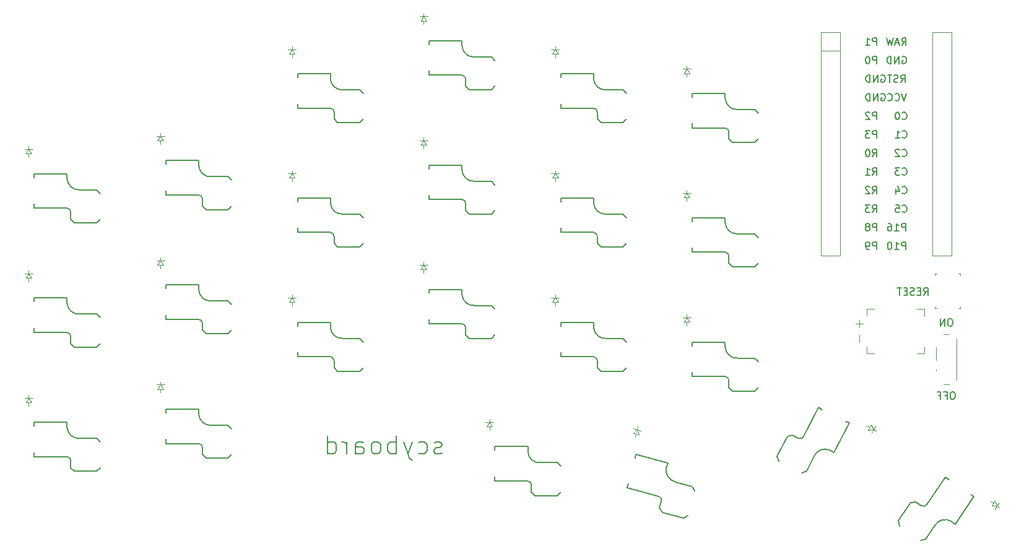
<source format=gbr>
%TF.GenerationSoftware,KiCad,Pcbnew,9.0.2*%
%TF.CreationDate,2025-06-10T18:45:11-06:00*%
%TF.ProjectId,scyboard,73637962-6f61-4726-942e-6b696361645f,1*%
%TF.SameCoordinates,Original*%
%TF.FileFunction,Legend,Bot*%
%TF.FilePolarity,Positive*%
%FSLAX46Y46*%
G04 Gerber Fmt 4.6, Leading zero omitted, Abs format (unit mm)*
G04 Created by KiCad (PCBNEW 9.0.2) date 2025-06-10 18:45:11*
%MOMM*%
%LPD*%
G01*
G04 APERTURE LIST*
%ADD10C,0.150000*%
%ADD11C,0.120000*%
%ADD12C,0.100000*%
G04 APERTURE END LIST*
D10*
X164651792Y-84079819D02*
X164985125Y-83603628D01*
X165223220Y-84079819D02*
X165223220Y-83079819D01*
X165223220Y-83079819D02*
X164842268Y-83079819D01*
X164842268Y-83079819D02*
X164747030Y-83127438D01*
X164747030Y-83127438D02*
X164699411Y-83175057D01*
X164699411Y-83175057D02*
X164651792Y-83270295D01*
X164651792Y-83270295D02*
X164651792Y-83413152D01*
X164651792Y-83413152D02*
X164699411Y-83508390D01*
X164699411Y-83508390D02*
X164747030Y-83556009D01*
X164747030Y-83556009D02*
X164842268Y-83603628D01*
X164842268Y-83603628D02*
X165223220Y-83603628D01*
X164223220Y-83556009D02*
X163889887Y-83556009D01*
X163747030Y-84079819D02*
X164223220Y-84079819D01*
X164223220Y-84079819D02*
X164223220Y-83079819D01*
X164223220Y-83079819D02*
X163747030Y-83079819D01*
X163366077Y-84032200D02*
X163223220Y-84079819D01*
X163223220Y-84079819D02*
X162985125Y-84079819D01*
X162985125Y-84079819D02*
X162889887Y-84032200D01*
X162889887Y-84032200D02*
X162842268Y-83984580D01*
X162842268Y-83984580D02*
X162794649Y-83889342D01*
X162794649Y-83889342D02*
X162794649Y-83794104D01*
X162794649Y-83794104D02*
X162842268Y-83698866D01*
X162842268Y-83698866D02*
X162889887Y-83651247D01*
X162889887Y-83651247D02*
X162985125Y-83603628D01*
X162985125Y-83603628D02*
X163175601Y-83556009D01*
X163175601Y-83556009D02*
X163270839Y-83508390D01*
X163270839Y-83508390D02*
X163318458Y-83460771D01*
X163318458Y-83460771D02*
X163366077Y-83365533D01*
X163366077Y-83365533D02*
X163366077Y-83270295D01*
X163366077Y-83270295D02*
X163318458Y-83175057D01*
X163318458Y-83175057D02*
X163270839Y-83127438D01*
X163270839Y-83127438D02*
X163175601Y-83079819D01*
X163175601Y-83079819D02*
X162937506Y-83079819D01*
X162937506Y-83079819D02*
X162794649Y-83127438D01*
X162366077Y-83556009D02*
X162032744Y-83556009D01*
X161889887Y-84079819D02*
X162366077Y-84079819D01*
X162366077Y-84079819D02*
X162366077Y-83079819D01*
X162366077Y-83079819D02*
X161889887Y-83079819D01*
X161604172Y-83079819D02*
X161032744Y-83079819D01*
X161318458Y-84079819D02*
X161318458Y-83079819D01*
X158198094Y-49899819D02*
X158198094Y-48899819D01*
X158198094Y-48899819D02*
X157817142Y-48899819D01*
X157817142Y-48899819D02*
X157721904Y-48947438D01*
X157721904Y-48947438D02*
X157674285Y-48995057D01*
X157674285Y-48995057D02*
X157626666Y-49090295D01*
X157626666Y-49090295D02*
X157626666Y-49233152D01*
X157626666Y-49233152D02*
X157674285Y-49328390D01*
X157674285Y-49328390D02*
X157721904Y-49376009D01*
X157721904Y-49376009D02*
X157817142Y-49423628D01*
X157817142Y-49423628D02*
X158198094Y-49423628D01*
X156674285Y-49899819D02*
X157245713Y-49899819D01*
X156959999Y-49899819D02*
X156959999Y-48899819D01*
X156959999Y-48899819D02*
X157055237Y-49042676D01*
X157055237Y-49042676D02*
X157150475Y-49137914D01*
X157150475Y-49137914D02*
X157245713Y-49185533D01*
X162164285Y-77839819D02*
X162164285Y-76839819D01*
X162164285Y-76839819D02*
X161783333Y-76839819D01*
X161783333Y-76839819D02*
X161688095Y-76887438D01*
X161688095Y-76887438D02*
X161640476Y-76935057D01*
X161640476Y-76935057D02*
X161592857Y-77030295D01*
X161592857Y-77030295D02*
X161592857Y-77173152D01*
X161592857Y-77173152D02*
X161640476Y-77268390D01*
X161640476Y-77268390D02*
X161688095Y-77316009D01*
X161688095Y-77316009D02*
X161783333Y-77363628D01*
X161783333Y-77363628D02*
X162164285Y-77363628D01*
X160640476Y-77839819D02*
X161211904Y-77839819D01*
X160926190Y-77839819D02*
X160926190Y-76839819D01*
X160926190Y-76839819D02*
X161021428Y-76982676D01*
X161021428Y-76982676D02*
X161116666Y-77077914D01*
X161116666Y-77077914D02*
X161211904Y-77125533D01*
X160021428Y-76839819D02*
X159926190Y-76839819D01*
X159926190Y-76839819D02*
X159830952Y-76887438D01*
X159830952Y-76887438D02*
X159783333Y-76935057D01*
X159783333Y-76935057D02*
X159735714Y-77030295D01*
X159735714Y-77030295D02*
X159688095Y-77220771D01*
X159688095Y-77220771D02*
X159688095Y-77458866D01*
X159688095Y-77458866D02*
X159735714Y-77649342D01*
X159735714Y-77649342D02*
X159783333Y-77744580D01*
X159783333Y-77744580D02*
X159830952Y-77792200D01*
X159830952Y-77792200D02*
X159926190Y-77839819D01*
X159926190Y-77839819D02*
X160021428Y-77839819D01*
X160021428Y-77839819D02*
X160116666Y-77792200D01*
X160116666Y-77792200D02*
X160164285Y-77744580D01*
X160164285Y-77744580D02*
X160211904Y-77649342D01*
X160211904Y-77649342D02*
X160259523Y-77458866D01*
X160259523Y-77458866D02*
X160259523Y-77220771D01*
X160259523Y-77220771D02*
X160211904Y-77030295D01*
X160211904Y-77030295D02*
X160164285Y-76935057D01*
X160164285Y-76935057D02*
X160116666Y-76887438D01*
X160116666Y-76887438D02*
X160021428Y-76839819D01*
X158198094Y-52439819D02*
X158198094Y-51439819D01*
X158198094Y-51439819D02*
X157817142Y-51439819D01*
X157817142Y-51439819D02*
X157721904Y-51487438D01*
X157721904Y-51487438D02*
X157674285Y-51535057D01*
X157674285Y-51535057D02*
X157626666Y-51630295D01*
X157626666Y-51630295D02*
X157626666Y-51773152D01*
X157626666Y-51773152D02*
X157674285Y-51868390D01*
X157674285Y-51868390D02*
X157721904Y-51916009D01*
X157721904Y-51916009D02*
X157817142Y-51963628D01*
X157817142Y-51963628D02*
X158198094Y-51963628D01*
X157007618Y-51439819D02*
X156912380Y-51439819D01*
X156912380Y-51439819D02*
X156817142Y-51487438D01*
X156817142Y-51487438D02*
X156769523Y-51535057D01*
X156769523Y-51535057D02*
X156721904Y-51630295D01*
X156721904Y-51630295D02*
X156674285Y-51820771D01*
X156674285Y-51820771D02*
X156674285Y-52058866D01*
X156674285Y-52058866D02*
X156721904Y-52249342D01*
X156721904Y-52249342D02*
X156769523Y-52344580D01*
X156769523Y-52344580D02*
X156817142Y-52392200D01*
X156817142Y-52392200D02*
X156912380Y-52439819D01*
X156912380Y-52439819D02*
X157007618Y-52439819D01*
X157007618Y-52439819D02*
X157102856Y-52392200D01*
X157102856Y-52392200D02*
X157150475Y-52344580D01*
X157150475Y-52344580D02*
X157198094Y-52249342D01*
X157198094Y-52249342D02*
X157245713Y-52058866D01*
X157245713Y-52058866D02*
X157245713Y-51820771D01*
X157245713Y-51820771D02*
X157198094Y-51630295D01*
X157198094Y-51630295D02*
X157150475Y-51535057D01*
X157150475Y-51535057D02*
X157102856Y-51487438D01*
X157102856Y-51487438D02*
X157007618Y-51439819D01*
X161711904Y-51487438D02*
X161807142Y-51439819D01*
X161807142Y-51439819D02*
X161949999Y-51439819D01*
X161949999Y-51439819D02*
X162092856Y-51487438D01*
X162092856Y-51487438D02*
X162188094Y-51582676D01*
X162188094Y-51582676D02*
X162235713Y-51677914D01*
X162235713Y-51677914D02*
X162283332Y-51868390D01*
X162283332Y-51868390D02*
X162283332Y-52011247D01*
X162283332Y-52011247D02*
X162235713Y-52201723D01*
X162235713Y-52201723D02*
X162188094Y-52296961D01*
X162188094Y-52296961D02*
X162092856Y-52392200D01*
X162092856Y-52392200D02*
X161949999Y-52439819D01*
X161949999Y-52439819D02*
X161854761Y-52439819D01*
X161854761Y-52439819D02*
X161711904Y-52392200D01*
X161711904Y-52392200D02*
X161664285Y-52344580D01*
X161664285Y-52344580D02*
X161664285Y-52011247D01*
X161664285Y-52011247D02*
X161854761Y-52011247D01*
X161235713Y-52439819D02*
X161235713Y-51439819D01*
X161235713Y-51439819D02*
X160664285Y-52439819D01*
X160664285Y-52439819D02*
X160664285Y-51439819D01*
X160188094Y-52439819D02*
X160188094Y-51439819D01*
X160188094Y-51439819D02*
X159949999Y-51439819D01*
X159949999Y-51439819D02*
X159807142Y-51487438D01*
X159807142Y-51487438D02*
X159711904Y-51582676D01*
X159711904Y-51582676D02*
X159664285Y-51677914D01*
X159664285Y-51677914D02*
X159616666Y-51868390D01*
X159616666Y-51868390D02*
X159616666Y-52011247D01*
X159616666Y-52011247D02*
X159664285Y-52201723D01*
X159664285Y-52201723D02*
X159711904Y-52296961D01*
X159711904Y-52296961D02*
X159807142Y-52392200D01*
X159807142Y-52392200D02*
X159949999Y-52439819D01*
X159949999Y-52439819D02*
X160188094Y-52439819D01*
X161706666Y-72664580D02*
X161754285Y-72712200D01*
X161754285Y-72712200D02*
X161897142Y-72759819D01*
X161897142Y-72759819D02*
X161992380Y-72759819D01*
X161992380Y-72759819D02*
X162135237Y-72712200D01*
X162135237Y-72712200D02*
X162230475Y-72616961D01*
X162230475Y-72616961D02*
X162278094Y-72521723D01*
X162278094Y-72521723D02*
X162325713Y-72331247D01*
X162325713Y-72331247D02*
X162325713Y-72188390D01*
X162325713Y-72188390D02*
X162278094Y-71997914D01*
X162278094Y-71997914D02*
X162230475Y-71902676D01*
X162230475Y-71902676D02*
X162135237Y-71807438D01*
X162135237Y-71807438D02*
X161992380Y-71759819D01*
X161992380Y-71759819D02*
X161897142Y-71759819D01*
X161897142Y-71759819D02*
X161754285Y-71807438D01*
X161754285Y-71807438D02*
X161706666Y-71855057D01*
X160801904Y-71759819D02*
X161278094Y-71759819D01*
X161278094Y-71759819D02*
X161325713Y-72236009D01*
X161325713Y-72236009D02*
X161278094Y-72188390D01*
X161278094Y-72188390D02*
X161182856Y-72140771D01*
X161182856Y-72140771D02*
X160944761Y-72140771D01*
X160944761Y-72140771D02*
X160849523Y-72188390D01*
X160849523Y-72188390D02*
X160801904Y-72236009D01*
X160801904Y-72236009D02*
X160754285Y-72331247D01*
X160754285Y-72331247D02*
X160754285Y-72569342D01*
X160754285Y-72569342D02*
X160801904Y-72664580D01*
X160801904Y-72664580D02*
X160849523Y-72712200D01*
X160849523Y-72712200D02*
X160944761Y-72759819D01*
X160944761Y-72759819D02*
X161182856Y-72759819D01*
X161182856Y-72759819D02*
X161278094Y-72712200D01*
X161278094Y-72712200D02*
X161325713Y-72664580D01*
X162283332Y-56519819D02*
X161949999Y-57519819D01*
X161949999Y-57519819D02*
X161616666Y-56519819D01*
X160711904Y-57424580D02*
X160759523Y-57472200D01*
X160759523Y-57472200D02*
X160902380Y-57519819D01*
X160902380Y-57519819D02*
X160997618Y-57519819D01*
X160997618Y-57519819D02*
X161140475Y-57472200D01*
X161140475Y-57472200D02*
X161235713Y-57376961D01*
X161235713Y-57376961D02*
X161283332Y-57281723D01*
X161283332Y-57281723D02*
X161330951Y-57091247D01*
X161330951Y-57091247D02*
X161330951Y-56948390D01*
X161330951Y-56948390D02*
X161283332Y-56757914D01*
X161283332Y-56757914D02*
X161235713Y-56662676D01*
X161235713Y-56662676D02*
X161140475Y-56567438D01*
X161140475Y-56567438D02*
X160997618Y-56519819D01*
X160997618Y-56519819D02*
X160902380Y-56519819D01*
X160902380Y-56519819D02*
X160759523Y-56567438D01*
X160759523Y-56567438D02*
X160711904Y-56615057D01*
X159711904Y-57424580D02*
X159759523Y-57472200D01*
X159759523Y-57472200D02*
X159902380Y-57519819D01*
X159902380Y-57519819D02*
X159997618Y-57519819D01*
X159997618Y-57519819D02*
X160140475Y-57472200D01*
X160140475Y-57472200D02*
X160235713Y-57376961D01*
X160235713Y-57376961D02*
X160283332Y-57281723D01*
X160283332Y-57281723D02*
X160330951Y-57091247D01*
X160330951Y-57091247D02*
X160330951Y-56948390D01*
X160330951Y-56948390D02*
X160283332Y-56757914D01*
X160283332Y-56757914D02*
X160235713Y-56662676D01*
X160235713Y-56662676D02*
X160140475Y-56567438D01*
X160140475Y-56567438D02*
X159997618Y-56519819D01*
X159997618Y-56519819D02*
X159902380Y-56519819D01*
X159902380Y-56519819D02*
X159759523Y-56567438D01*
X159759523Y-56567438D02*
X159711904Y-56615057D01*
X161706666Y-62504580D02*
X161754285Y-62552200D01*
X161754285Y-62552200D02*
X161897142Y-62599819D01*
X161897142Y-62599819D02*
X161992380Y-62599819D01*
X161992380Y-62599819D02*
X162135237Y-62552200D01*
X162135237Y-62552200D02*
X162230475Y-62456961D01*
X162230475Y-62456961D02*
X162278094Y-62361723D01*
X162278094Y-62361723D02*
X162325713Y-62171247D01*
X162325713Y-62171247D02*
X162325713Y-62028390D01*
X162325713Y-62028390D02*
X162278094Y-61837914D01*
X162278094Y-61837914D02*
X162230475Y-61742676D01*
X162230475Y-61742676D02*
X162135237Y-61647438D01*
X162135237Y-61647438D02*
X161992380Y-61599819D01*
X161992380Y-61599819D02*
X161897142Y-61599819D01*
X161897142Y-61599819D02*
X161754285Y-61647438D01*
X161754285Y-61647438D02*
X161706666Y-61695057D01*
X160754285Y-62599819D02*
X161325713Y-62599819D01*
X161039999Y-62599819D02*
X161039999Y-61599819D01*
X161039999Y-61599819D02*
X161135237Y-61742676D01*
X161135237Y-61742676D02*
X161230475Y-61837914D01*
X161230475Y-61837914D02*
X161325713Y-61885533D01*
X161706666Y-70124580D02*
X161754285Y-70172200D01*
X161754285Y-70172200D02*
X161897142Y-70219819D01*
X161897142Y-70219819D02*
X161992380Y-70219819D01*
X161992380Y-70219819D02*
X162135237Y-70172200D01*
X162135237Y-70172200D02*
X162230475Y-70076961D01*
X162230475Y-70076961D02*
X162278094Y-69981723D01*
X162278094Y-69981723D02*
X162325713Y-69791247D01*
X162325713Y-69791247D02*
X162325713Y-69648390D01*
X162325713Y-69648390D02*
X162278094Y-69457914D01*
X162278094Y-69457914D02*
X162230475Y-69362676D01*
X162230475Y-69362676D02*
X162135237Y-69267438D01*
X162135237Y-69267438D02*
X161992380Y-69219819D01*
X161992380Y-69219819D02*
X161897142Y-69219819D01*
X161897142Y-69219819D02*
X161754285Y-69267438D01*
X161754285Y-69267438D02*
X161706666Y-69315057D01*
X160849523Y-69553152D02*
X160849523Y-70219819D01*
X161087618Y-69172200D02*
X161325713Y-69886485D01*
X161325713Y-69886485D02*
X160706666Y-69886485D01*
X157626666Y-72759819D02*
X157959999Y-72283628D01*
X158198094Y-72759819D02*
X158198094Y-71759819D01*
X158198094Y-71759819D02*
X157817142Y-71759819D01*
X157817142Y-71759819D02*
X157721904Y-71807438D01*
X157721904Y-71807438D02*
X157674285Y-71855057D01*
X157674285Y-71855057D02*
X157626666Y-71950295D01*
X157626666Y-71950295D02*
X157626666Y-72093152D01*
X157626666Y-72093152D02*
X157674285Y-72188390D01*
X157674285Y-72188390D02*
X157721904Y-72236009D01*
X157721904Y-72236009D02*
X157817142Y-72283628D01*
X157817142Y-72283628D02*
X158198094Y-72283628D01*
X157293332Y-71759819D02*
X156674285Y-71759819D01*
X156674285Y-71759819D02*
X157007618Y-72140771D01*
X157007618Y-72140771D02*
X156864761Y-72140771D01*
X156864761Y-72140771D02*
X156769523Y-72188390D01*
X156769523Y-72188390D02*
X156721904Y-72236009D01*
X156721904Y-72236009D02*
X156674285Y-72331247D01*
X156674285Y-72331247D02*
X156674285Y-72569342D01*
X156674285Y-72569342D02*
X156721904Y-72664580D01*
X156721904Y-72664580D02*
X156769523Y-72712200D01*
X156769523Y-72712200D02*
X156864761Y-72759819D01*
X156864761Y-72759819D02*
X157150475Y-72759819D01*
X157150475Y-72759819D02*
X157245713Y-72712200D01*
X157245713Y-72712200D02*
X157293332Y-72664580D01*
X161706666Y-65044580D02*
X161754285Y-65092200D01*
X161754285Y-65092200D02*
X161897142Y-65139819D01*
X161897142Y-65139819D02*
X161992380Y-65139819D01*
X161992380Y-65139819D02*
X162135237Y-65092200D01*
X162135237Y-65092200D02*
X162230475Y-64996961D01*
X162230475Y-64996961D02*
X162278094Y-64901723D01*
X162278094Y-64901723D02*
X162325713Y-64711247D01*
X162325713Y-64711247D02*
X162325713Y-64568390D01*
X162325713Y-64568390D02*
X162278094Y-64377914D01*
X162278094Y-64377914D02*
X162230475Y-64282676D01*
X162230475Y-64282676D02*
X162135237Y-64187438D01*
X162135237Y-64187438D02*
X161992380Y-64139819D01*
X161992380Y-64139819D02*
X161897142Y-64139819D01*
X161897142Y-64139819D02*
X161754285Y-64187438D01*
X161754285Y-64187438D02*
X161706666Y-64235057D01*
X161325713Y-64235057D02*
X161278094Y-64187438D01*
X161278094Y-64187438D02*
X161182856Y-64139819D01*
X161182856Y-64139819D02*
X160944761Y-64139819D01*
X160944761Y-64139819D02*
X160849523Y-64187438D01*
X160849523Y-64187438D02*
X160801904Y-64235057D01*
X160801904Y-64235057D02*
X160754285Y-64330295D01*
X160754285Y-64330295D02*
X160754285Y-64425533D01*
X160754285Y-64425533D02*
X160801904Y-64568390D01*
X160801904Y-64568390D02*
X161373332Y-65139819D01*
X161373332Y-65139819D02*
X160754285Y-65139819D01*
X162164285Y-75299819D02*
X162164285Y-74299819D01*
X162164285Y-74299819D02*
X161783333Y-74299819D01*
X161783333Y-74299819D02*
X161688095Y-74347438D01*
X161688095Y-74347438D02*
X161640476Y-74395057D01*
X161640476Y-74395057D02*
X161592857Y-74490295D01*
X161592857Y-74490295D02*
X161592857Y-74633152D01*
X161592857Y-74633152D02*
X161640476Y-74728390D01*
X161640476Y-74728390D02*
X161688095Y-74776009D01*
X161688095Y-74776009D02*
X161783333Y-74823628D01*
X161783333Y-74823628D02*
X162164285Y-74823628D01*
X160640476Y-75299819D02*
X161211904Y-75299819D01*
X160926190Y-75299819D02*
X160926190Y-74299819D01*
X160926190Y-74299819D02*
X161021428Y-74442676D01*
X161021428Y-74442676D02*
X161116666Y-74537914D01*
X161116666Y-74537914D02*
X161211904Y-74585533D01*
X159783333Y-74299819D02*
X159973809Y-74299819D01*
X159973809Y-74299819D02*
X160069047Y-74347438D01*
X160069047Y-74347438D02*
X160116666Y-74395057D01*
X160116666Y-74395057D02*
X160211904Y-74537914D01*
X160211904Y-74537914D02*
X160259523Y-74728390D01*
X160259523Y-74728390D02*
X160259523Y-75109342D01*
X160259523Y-75109342D02*
X160211904Y-75204580D01*
X160211904Y-75204580D02*
X160164285Y-75252200D01*
X160164285Y-75252200D02*
X160069047Y-75299819D01*
X160069047Y-75299819D02*
X159878571Y-75299819D01*
X159878571Y-75299819D02*
X159783333Y-75252200D01*
X159783333Y-75252200D02*
X159735714Y-75204580D01*
X159735714Y-75204580D02*
X159688095Y-75109342D01*
X159688095Y-75109342D02*
X159688095Y-74871247D01*
X159688095Y-74871247D02*
X159735714Y-74776009D01*
X159735714Y-74776009D02*
X159783333Y-74728390D01*
X159783333Y-74728390D02*
X159878571Y-74680771D01*
X159878571Y-74680771D02*
X160069047Y-74680771D01*
X160069047Y-74680771D02*
X160164285Y-74728390D01*
X160164285Y-74728390D02*
X160211904Y-74776009D01*
X160211904Y-74776009D02*
X160259523Y-74871247D01*
X161706666Y-67584580D02*
X161754285Y-67632200D01*
X161754285Y-67632200D02*
X161897142Y-67679819D01*
X161897142Y-67679819D02*
X161992380Y-67679819D01*
X161992380Y-67679819D02*
X162135237Y-67632200D01*
X162135237Y-67632200D02*
X162230475Y-67536961D01*
X162230475Y-67536961D02*
X162278094Y-67441723D01*
X162278094Y-67441723D02*
X162325713Y-67251247D01*
X162325713Y-67251247D02*
X162325713Y-67108390D01*
X162325713Y-67108390D02*
X162278094Y-66917914D01*
X162278094Y-66917914D02*
X162230475Y-66822676D01*
X162230475Y-66822676D02*
X162135237Y-66727438D01*
X162135237Y-66727438D02*
X161992380Y-66679819D01*
X161992380Y-66679819D02*
X161897142Y-66679819D01*
X161897142Y-66679819D02*
X161754285Y-66727438D01*
X161754285Y-66727438D02*
X161706666Y-66775057D01*
X161373332Y-66679819D02*
X160754285Y-66679819D01*
X160754285Y-66679819D02*
X161087618Y-67060771D01*
X161087618Y-67060771D02*
X160944761Y-67060771D01*
X160944761Y-67060771D02*
X160849523Y-67108390D01*
X160849523Y-67108390D02*
X160801904Y-67156009D01*
X160801904Y-67156009D02*
X160754285Y-67251247D01*
X160754285Y-67251247D02*
X160754285Y-67489342D01*
X160754285Y-67489342D02*
X160801904Y-67584580D01*
X160801904Y-67584580D02*
X160849523Y-67632200D01*
X160849523Y-67632200D02*
X160944761Y-67679819D01*
X160944761Y-67679819D02*
X161230475Y-67679819D01*
X161230475Y-67679819D02*
X161325713Y-67632200D01*
X161325713Y-67632200D02*
X161373332Y-67584580D01*
X161706666Y-59964580D02*
X161754285Y-60012200D01*
X161754285Y-60012200D02*
X161897142Y-60059819D01*
X161897142Y-60059819D02*
X161992380Y-60059819D01*
X161992380Y-60059819D02*
X162135237Y-60012200D01*
X162135237Y-60012200D02*
X162230475Y-59916961D01*
X162230475Y-59916961D02*
X162278094Y-59821723D01*
X162278094Y-59821723D02*
X162325713Y-59631247D01*
X162325713Y-59631247D02*
X162325713Y-59488390D01*
X162325713Y-59488390D02*
X162278094Y-59297914D01*
X162278094Y-59297914D02*
X162230475Y-59202676D01*
X162230475Y-59202676D02*
X162135237Y-59107438D01*
X162135237Y-59107438D02*
X161992380Y-59059819D01*
X161992380Y-59059819D02*
X161897142Y-59059819D01*
X161897142Y-59059819D02*
X161754285Y-59107438D01*
X161754285Y-59107438D02*
X161706666Y-59155057D01*
X161087618Y-59059819D02*
X160992380Y-59059819D01*
X160992380Y-59059819D02*
X160897142Y-59107438D01*
X160897142Y-59107438D02*
X160849523Y-59155057D01*
X160849523Y-59155057D02*
X160801904Y-59250295D01*
X160801904Y-59250295D02*
X160754285Y-59440771D01*
X160754285Y-59440771D02*
X160754285Y-59678866D01*
X160754285Y-59678866D02*
X160801904Y-59869342D01*
X160801904Y-59869342D02*
X160849523Y-59964580D01*
X160849523Y-59964580D02*
X160897142Y-60012200D01*
X160897142Y-60012200D02*
X160992380Y-60059819D01*
X160992380Y-60059819D02*
X161087618Y-60059819D01*
X161087618Y-60059819D02*
X161182856Y-60012200D01*
X161182856Y-60012200D02*
X161230475Y-59964580D01*
X161230475Y-59964580D02*
X161278094Y-59869342D01*
X161278094Y-59869342D02*
X161325713Y-59678866D01*
X161325713Y-59678866D02*
X161325713Y-59440771D01*
X161325713Y-59440771D02*
X161278094Y-59250295D01*
X161278094Y-59250295D02*
X161230475Y-59155057D01*
X161230475Y-59155057D02*
X161182856Y-59107438D01*
X161182856Y-59107438D02*
X161087618Y-59059819D01*
X157626666Y-65139819D02*
X157959999Y-64663628D01*
X158198094Y-65139819D02*
X158198094Y-64139819D01*
X158198094Y-64139819D02*
X157817142Y-64139819D01*
X157817142Y-64139819D02*
X157721904Y-64187438D01*
X157721904Y-64187438D02*
X157674285Y-64235057D01*
X157674285Y-64235057D02*
X157626666Y-64330295D01*
X157626666Y-64330295D02*
X157626666Y-64473152D01*
X157626666Y-64473152D02*
X157674285Y-64568390D01*
X157674285Y-64568390D02*
X157721904Y-64616009D01*
X157721904Y-64616009D02*
X157817142Y-64663628D01*
X157817142Y-64663628D02*
X158198094Y-64663628D01*
X157007618Y-64139819D02*
X156912380Y-64139819D01*
X156912380Y-64139819D02*
X156817142Y-64187438D01*
X156817142Y-64187438D02*
X156769523Y-64235057D01*
X156769523Y-64235057D02*
X156721904Y-64330295D01*
X156721904Y-64330295D02*
X156674285Y-64520771D01*
X156674285Y-64520771D02*
X156674285Y-64758866D01*
X156674285Y-64758866D02*
X156721904Y-64949342D01*
X156721904Y-64949342D02*
X156769523Y-65044580D01*
X156769523Y-65044580D02*
X156817142Y-65092200D01*
X156817142Y-65092200D02*
X156912380Y-65139819D01*
X156912380Y-65139819D02*
X157007618Y-65139819D01*
X157007618Y-65139819D02*
X157102856Y-65092200D01*
X157102856Y-65092200D02*
X157150475Y-65044580D01*
X157150475Y-65044580D02*
X157198094Y-64949342D01*
X157198094Y-64949342D02*
X157245713Y-64758866D01*
X157245713Y-64758866D02*
X157245713Y-64520771D01*
X157245713Y-64520771D02*
X157198094Y-64330295D01*
X157198094Y-64330295D02*
X157150475Y-64235057D01*
X157150475Y-64235057D02*
X157102856Y-64187438D01*
X157102856Y-64187438D02*
X157007618Y-64139819D01*
X157626666Y-70219819D02*
X157959999Y-69743628D01*
X158198094Y-70219819D02*
X158198094Y-69219819D01*
X158198094Y-69219819D02*
X157817142Y-69219819D01*
X157817142Y-69219819D02*
X157721904Y-69267438D01*
X157721904Y-69267438D02*
X157674285Y-69315057D01*
X157674285Y-69315057D02*
X157626666Y-69410295D01*
X157626666Y-69410295D02*
X157626666Y-69553152D01*
X157626666Y-69553152D02*
X157674285Y-69648390D01*
X157674285Y-69648390D02*
X157721904Y-69696009D01*
X157721904Y-69696009D02*
X157817142Y-69743628D01*
X157817142Y-69743628D02*
X158198094Y-69743628D01*
X157245713Y-69315057D02*
X157198094Y-69267438D01*
X157198094Y-69267438D02*
X157102856Y-69219819D01*
X157102856Y-69219819D02*
X156864761Y-69219819D01*
X156864761Y-69219819D02*
X156769523Y-69267438D01*
X156769523Y-69267438D02*
X156721904Y-69315057D01*
X156721904Y-69315057D02*
X156674285Y-69410295D01*
X156674285Y-69410295D02*
X156674285Y-69505533D01*
X156674285Y-69505533D02*
X156721904Y-69648390D01*
X156721904Y-69648390D02*
X157293332Y-70219819D01*
X157293332Y-70219819D02*
X156674285Y-70219819D01*
X158811904Y-54027438D02*
X158907142Y-53979819D01*
X158907142Y-53979819D02*
X159049999Y-53979819D01*
X159049999Y-53979819D02*
X159192856Y-54027438D01*
X159192856Y-54027438D02*
X159288094Y-54122676D01*
X159288094Y-54122676D02*
X159335713Y-54217914D01*
X159335713Y-54217914D02*
X159383332Y-54408390D01*
X159383332Y-54408390D02*
X159383332Y-54551247D01*
X159383332Y-54551247D02*
X159335713Y-54741723D01*
X159335713Y-54741723D02*
X159288094Y-54836961D01*
X159288094Y-54836961D02*
X159192856Y-54932200D01*
X159192856Y-54932200D02*
X159049999Y-54979819D01*
X159049999Y-54979819D02*
X158954761Y-54979819D01*
X158954761Y-54979819D02*
X158811904Y-54932200D01*
X158811904Y-54932200D02*
X158764285Y-54884580D01*
X158764285Y-54884580D02*
X158764285Y-54551247D01*
X158764285Y-54551247D02*
X158954761Y-54551247D01*
X158335713Y-54979819D02*
X158335713Y-53979819D01*
X158335713Y-53979819D02*
X157764285Y-54979819D01*
X157764285Y-54979819D02*
X157764285Y-53979819D01*
X157288094Y-54979819D02*
X157288094Y-53979819D01*
X157288094Y-53979819D02*
X157049999Y-53979819D01*
X157049999Y-53979819D02*
X156907142Y-54027438D01*
X156907142Y-54027438D02*
X156811904Y-54122676D01*
X156811904Y-54122676D02*
X156764285Y-54217914D01*
X156764285Y-54217914D02*
X156716666Y-54408390D01*
X156716666Y-54408390D02*
X156716666Y-54551247D01*
X156716666Y-54551247D02*
X156764285Y-54741723D01*
X156764285Y-54741723D02*
X156811904Y-54836961D01*
X156811904Y-54836961D02*
X156907142Y-54932200D01*
X156907142Y-54932200D02*
X157049999Y-54979819D01*
X157049999Y-54979819D02*
X157288094Y-54979819D01*
X161497619Y-54979819D02*
X161830952Y-54503628D01*
X162069047Y-54979819D02*
X162069047Y-53979819D01*
X162069047Y-53979819D02*
X161688095Y-53979819D01*
X161688095Y-53979819D02*
X161592857Y-54027438D01*
X161592857Y-54027438D02*
X161545238Y-54075057D01*
X161545238Y-54075057D02*
X161497619Y-54170295D01*
X161497619Y-54170295D02*
X161497619Y-54313152D01*
X161497619Y-54313152D02*
X161545238Y-54408390D01*
X161545238Y-54408390D02*
X161592857Y-54456009D01*
X161592857Y-54456009D02*
X161688095Y-54503628D01*
X161688095Y-54503628D02*
X162069047Y-54503628D01*
X161116666Y-54932200D02*
X160973809Y-54979819D01*
X160973809Y-54979819D02*
X160735714Y-54979819D01*
X160735714Y-54979819D02*
X160640476Y-54932200D01*
X160640476Y-54932200D02*
X160592857Y-54884580D01*
X160592857Y-54884580D02*
X160545238Y-54789342D01*
X160545238Y-54789342D02*
X160545238Y-54694104D01*
X160545238Y-54694104D02*
X160592857Y-54598866D01*
X160592857Y-54598866D02*
X160640476Y-54551247D01*
X160640476Y-54551247D02*
X160735714Y-54503628D01*
X160735714Y-54503628D02*
X160926190Y-54456009D01*
X160926190Y-54456009D02*
X161021428Y-54408390D01*
X161021428Y-54408390D02*
X161069047Y-54360771D01*
X161069047Y-54360771D02*
X161116666Y-54265533D01*
X161116666Y-54265533D02*
X161116666Y-54170295D01*
X161116666Y-54170295D02*
X161069047Y-54075057D01*
X161069047Y-54075057D02*
X161021428Y-54027438D01*
X161021428Y-54027438D02*
X160926190Y-53979819D01*
X160926190Y-53979819D02*
X160688095Y-53979819D01*
X160688095Y-53979819D02*
X160545238Y-54027438D01*
X160259523Y-53979819D02*
X159688095Y-53979819D01*
X159973809Y-54979819D02*
X159973809Y-53979819D01*
X158198094Y-77839819D02*
X158198094Y-76839819D01*
X158198094Y-76839819D02*
X157817142Y-76839819D01*
X157817142Y-76839819D02*
X157721904Y-76887438D01*
X157721904Y-76887438D02*
X157674285Y-76935057D01*
X157674285Y-76935057D02*
X157626666Y-77030295D01*
X157626666Y-77030295D02*
X157626666Y-77173152D01*
X157626666Y-77173152D02*
X157674285Y-77268390D01*
X157674285Y-77268390D02*
X157721904Y-77316009D01*
X157721904Y-77316009D02*
X157817142Y-77363628D01*
X157817142Y-77363628D02*
X158198094Y-77363628D01*
X157150475Y-77839819D02*
X156959999Y-77839819D01*
X156959999Y-77839819D02*
X156864761Y-77792200D01*
X156864761Y-77792200D02*
X156817142Y-77744580D01*
X156817142Y-77744580D02*
X156721904Y-77601723D01*
X156721904Y-77601723D02*
X156674285Y-77411247D01*
X156674285Y-77411247D02*
X156674285Y-77030295D01*
X156674285Y-77030295D02*
X156721904Y-76935057D01*
X156721904Y-76935057D02*
X156769523Y-76887438D01*
X156769523Y-76887438D02*
X156864761Y-76839819D01*
X156864761Y-76839819D02*
X157055237Y-76839819D01*
X157055237Y-76839819D02*
X157150475Y-76887438D01*
X157150475Y-76887438D02*
X157198094Y-76935057D01*
X157198094Y-76935057D02*
X157245713Y-77030295D01*
X157245713Y-77030295D02*
X157245713Y-77268390D01*
X157245713Y-77268390D02*
X157198094Y-77363628D01*
X157198094Y-77363628D02*
X157150475Y-77411247D01*
X157150475Y-77411247D02*
X157055237Y-77458866D01*
X157055237Y-77458866D02*
X156864761Y-77458866D01*
X156864761Y-77458866D02*
X156769523Y-77411247D01*
X156769523Y-77411247D02*
X156721904Y-77363628D01*
X156721904Y-77363628D02*
X156674285Y-77268390D01*
X158198094Y-60059819D02*
X158198094Y-59059819D01*
X158198094Y-59059819D02*
X157817142Y-59059819D01*
X157817142Y-59059819D02*
X157721904Y-59107438D01*
X157721904Y-59107438D02*
X157674285Y-59155057D01*
X157674285Y-59155057D02*
X157626666Y-59250295D01*
X157626666Y-59250295D02*
X157626666Y-59393152D01*
X157626666Y-59393152D02*
X157674285Y-59488390D01*
X157674285Y-59488390D02*
X157721904Y-59536009D01*
X157721904Y-59536009D02*
X157817142Y-59583628D01*
X157817142Y-59583628D02*
X158198094Y-59583628D01*
X157245713Y-59155057D02*
X157198094Y-59107438D01*
X157198094Y-59107438D02*
X157102856Y-59059819D01*
X157102856Y-59059819D02*
X156864761Y-59059819D01*
X156864761Y-59059819D02*
X156769523Y-59107438D01*
X156769523Y-59107438D02*
X156721904Y-59155057D01*
X156721904Y-59155057D02*
X156674285Y-59250295D01*
X156674285Y-59250295D02*
X156674285Y-59345533D01*
X156674285Y-59345533D02*
X156721904Y-59488390D01*
X156721904Y-59488390D02*
X157293332Y-60059819D01*
X157293332Y-60059819D02*
X156674285Y-60059819D01*
X158198094Y-62599819D02*
X158198094Y-61599819D01*
X158198094Y-61599819D02*
X157817142Y-61599819D01*
X157817142Y-61599819D02*
X157721904Y-61647438D01*
X157721904Y-61647438D02*
X157674285Y-61695057D01*
X157674285Y-61695057D02*
X157626666Y-61790295D01*
X157626666Y-61790295D02*
X157626666Y-61933152D01*
X157626666Y-61933152D02*
X157674285Y-62028390D01*
X157674285Y-62028390D02*
X157721904Y-62076009D01*
X157721904Y-62076009D02*
X157817142Y-62123628D01*
X157817142Y-62123628D02*
X158198094Y-62123628D01*
X157293332Y-61599819D02*
X156674285Y-61599819D01*
X156674285Y-61599819D02*
X157007618Y-61980771D01*
X157007618Y-61980771D02*
X156864761Y-61980771D01*
X156864761Y-61980771D02*
X156769523Y-62028390D01*
X156769523Y-62028390D02*
X156721904Y-62076009D01*
X156721904Y-62076009D02*
X156674285Y-62171247D01*
X156674285Y-62171247D02*
X156674285Y-62409342D01*
X156674285Y-62409342D02*
X156721904Y-62504580D01*
X156721904Y-62504580D02*
X156769523Y-62552200D01*
X156769523Y-62552200D02*
X156864761Y-62599819D01*
X156864761Y-62599819D02*
X157150475Y-62599819D01*
X157150475Y-62599819D02*
X157245713Y-62552200D01*
X157245713Y-62552200D02*
X157293332Y-62504580D01*
X157626666Y-67679819D02*
X157959999Y-67203628D01*
X158198094Y-67679819D02*
X158198094Y-66679819D01*
X158198094Y-66679819D02*
X157817142Y-66679819D01*
X157817142Y-66679819D02*
X157721904Y-66727438D01*
X157721904Y-66727438D02*
X157674285Y-66775057D01*
X157674285Y-66775057D02*
X157626666Y-66870295D01*
X157626666Y-66870295D02*
X157626666Y-67013152D01*
X157626666Y-67013152D02*
X157674285Y-67108390D01*
X157674285Y-67108390D02*
X157721904Y-67156009D01*
X157721904Y-67156009D02*
X157817142Y-67203628D01*
X157817142Y-67203628D02*
X158198094Y-67203628D01*
X156674285Y-67679819D02*
X157245713Y-67679819D01*
X156959999Y-67679819D02*
X156959999Y-66679819D01*
X156959999Y-66679819D02*
X157055237Y-66822676D01*
X157055237Y-66822676D02*
X157150475Y-66917914D01*
X157150475Y-66917914D02*
X157245713Y-66965533D01*
X158811904Y-56567438D02*
X158907142Y-56519819D01*
X158907142Y-56519819D02*
X159049999Y-56519819D01*
X159049999Y-56519819D02*
X159192856Y-56567438D01*
X159192856Y-56567438D02*
X159288094Y-56662676D01*
X159288094Y-56662676D02*
X159335713Y-56757914D01*
X159335713Y-56757914D02*
X159383332Y-56948390D01*
X159383332Y-56948390D02*
X159383332Y-57091247D01*
X159383332Y-57091247D02*
X159335713Y-57281723D01*
X159335713Y-57281723D02*
X159288094Y-57376961D01*
X159288094Y-57376961D02*
X159192856Y-57472200D01*
X159192856Y-57472200D02*
X159049999Y-57519819D01*
X159049999Y-57519819D02*
X158954761Y-57519819D01*
X158954761Y-57519819D02*
X158811904Y-57472200D01*
X158811904Y-57472200D02*
X158764285Y-57424580D01*
X158764285Y-57424580D02*
X158764285Y-57091247D01*
X158764285Y-57091247D02*
X158954761Y-57091247D01*
X158335713Y-57519819D02*
X158335713Y-56519819D01*
X158335713Y-56519819D02*
X157764285Y-57519819D01*
X157764285Y-57519819D02*
X157764285Y-56519819D01*
X157288094Y-57519819D02*
X157288094Y-56519819D01*
X157288094Y-56519819D02*
X157049999Y-56519819D01*
X157049999Y-56519819D02*
X156907142Y-56567438D01*
X156907142Y-56567438D02*
X156811904Y-56662676D01*
X156811904Y-56662676D02*
X156764285Y-56757914D01*
X156764285Y-56757914D02*
X156716666Y-56948390D01*
X156716666Y-56948390D02*
X156716666Y-57091247D01*
X156716666Y-57091247D02*
X156764285Y-57281723D01*
X156764285Y-57281723D02*
X156811904Y-57376961D01*
X156811904Y-57376961D02*
X156907142Y-57472200D01*
X156907142Y-57472200D02*
X157049999Y-57519819D01*
X157049999Y-57519819D02*
X157288094Y-57519819D01*
X161640476Y-49899819D02*
X161973809Y-49423628D01*
X162211904Y-49899819D02*
X162211904Y-48899819D01*
X162211904Y-48899819D02*
X161830952Y-48899819D01*
X161830952Y-48899819D02*
X161735714Y-48947438D01*
X161735714Y-48947438D02*
X161688095Y-48995057D01*
X161688095Y-48995057D02*
X161640476Y-49090295D01*
X161640476Y-49090295D02*
X161640476Y-49233152D01*
X161640476Y-49233152D02*
X161688095Y-49328390D01*
X161688095Y-49328390D02*
X161735714Y-49376009D01*
X161735714Y-49376009D02*
X161830952Y-49423628D01*
X161830952Y-49423628D02*
X162211904Y-49423628D01*
X161259523Y-49614104D02*
X160783333Y-49614104D01*
X161354761Y-49899819D02*
X161021428Y-48899819D01*
X161021428Y-48899819D02*
X160688095Y-49899819D01*
X160449999Y-48899819D02*
X160211904Y-49899819D01*
X160211904Y-49899819D02*
X160021428Y-49185533D01*
X160021428Y-49185533D02*
X159830952Y-49899819D01*
X159830952Y-49899819D02*
X159592857Y-48899819D01*
X158198094Y-75299819D02*
X158198094Y-74299819D01*
X158198094Y-74299819D02*
X157817142Y-74299819D01*
X157817142Y-74299819D02*
X157721904Y-74347438D01*
X157721904Y-74347438D02*
X157674285Y-74395057D01*
X157674285Y-74395057D02*
X157626666Y-74490295D01*
X157626666Y-74490295D02*
X157626666Y-74633152D01*
X157626666Y-74633152D02*
X157674285Y-74728390D01*
X157674285Y-74728390D02*
X157721904Y-74776009D01*
X157721904Y-74776009D02*
X157817142Y-74823628D01*
X157817142Y-74823628D02*
X158198094Y-74823628D01*
X157055237Y-74728390D02*
X157150475Y-74680771D01*
X157150475Y-74680771D02*
X157198094Y-74633152D01*
X157198094Y-74633152D02*
X157245713Y-74537914D01*
X157245713Y-74537914D02*
X157245713Y-74490295D01*
X157245713Y-74490295D02*
X157198094Y-74395057D01*
X157198094Y-74395057D02*
X157150475Y-74347438D01*
X157150475Y-74347438D02*
X157055237Y-74299819D01*
X157055237Y-74299819D02*
X156864761Y-74299819D01*
X156864761Y-74299819D02*
X156769523Y-74347438D01*
X156769523Y-74347438D02*
X156721904Y-74395057D01*
X156721904Y-74395057D02*
X156674285Y-74490295D01*
X156674285Y-74490295D02*
X156674285Y-74537914D01*
X156674285Y-74537914D02*
X156721904Y-74633152D01*
X156721904Y-74633152D02*
X156769523Y-74680771D01*
X156769523Y-74680771D02*
X156864761Y-74728390D01*
X156864761Y-74728390D02*
X157055237Y-74728390D01*
X157055237Y-74728390D02*
X157150475Y-74776009D01*
X157150475Y-74776009D02*
X157198094Y-74823628D01*
X157198094Y-74823628D02*
X157245713Y-74918866D01*
X157245713Y-74918866D02*
X157245713Y-75109342D01*
X157245713Y-75109342D02*
X157198094Y-75204580D01*
X157198094Y-75204580D02*
X157150475Y-75252200D01*
X157150475Y-75252200D02*
X157055237Y-75299819D01*
X157055237Y-75299819D02*
X156864761Y-75299819D01*
X156864761Y-75299819D02*
X156769523Y-75252200D01*
X156769523Y-75252200D02*
X156721904Y-75204580D01*
X156721904Y-75204580D02*
X156674285Y-75109342D01*
X156674285Y-75109342D02*
X156674285Y-74918866D01*
X156674285Y-74918866D02*
X156721904Y-74823628D01*
X156721904Y-74823628D02*
X156769523Y-74776009D01*
X156769523Y-74776009D02*
X156864761Y-74728390D01*
X98725125Y-105697200D02*
X98487030Y-105816247D01*
X98487030Y-105816247D02*
X98010839Y-105816247D01*
X98010839Y-105816247D02*
X97772744Y-105697200D01*
X97772744Y-105697200D02*
X97653696Y-105459104D01*
X97653696Y-105459104D02*
X97653696Y-105340057D01*
X97653696Y-105340057D02*
X97772744Y-105101961D01*
X97772744Y-105101961D02*
X98010839Y-104982914D01*
X98010839Y-104982914D02*
X98367982Y-104982914D01*
X98367982Y-104982914D02*
X98606077Y-104863866D01*
X98606077Y-104863866D02*
X98725125Y-104625771D01*
X98725125Y-104625771D02*
X98725125Y-104506723D01*
X98725125Y-104506723D02*
X98606077Y-104268628D01*
X98606077Y-104268628D02*
X98367982Y-104149580D01*
X98367982Y-104149580D02*
X98010839Y-104149580D01*
X98010839Y-104149580D02*
X97772744Y-104268628D01*
X95510839Y-105697200D02*
X95748934Y-105816247D01*
X95748934Y-105816247D02*
X96225125Y-105816247D01*
X96225125Y-105816247D02*
X96463220Y-105697200D01*
X96463220Y-105697200D02*
X96582267Y-105578152D01*
X96582267Y-105578152D02*
X96701315Y-105340057D01*
X96701315Y-105340057D02*
X96701315Y-104625771D01*
X96701315Y-104625771D02*
X96582267Y-104387676D01*
X96582267Y-104387676D02*
X96463220Y-104268628D01*
X96463220Y-104268628D02*
X96225125Y-104149580D01*
X96225125Y-104149580D02*
X95748934Y-104149580D01*
X95748934Y-104149580D02*
X95510839Y-104268628D01*
X94677506Y-104149580D02*
X94082268Y-105816247D01*
X93487029Y-104149580D02*
X94082268Y-105816247D01*
X94082268Y-105816247D02*
X94320363Y-106411485D01*
X94320363Y-106411485D02*
X94439410Y-106530533D01*
X94439410Y-106530533D02*
X94677506Y-106649580D01*
X92534648Y-105816247D02*
X92534648Y-103316247D01*
X92534648Y-104268628D02*
X92296553Y-104149580D01*
X92296553Y-104149580D02*
X91820363Y-104149580D01*
X91820363Y-104149580D02*
X91582267Y-104268628D01*
X91582267Y-104268628D02*
X91463220Y-104387676D01*
X91463220Y-104387676D02*
X91344172Y-104625771D01*
X91344172Y-104625771D02*
X91344172Y-105340057D01*
X91344172Y-105340057D02*
X91463220Y-105578152D01*
X91463220Y-105578152D02*
X91582267Y-105697200D01*
X91582267Y-105697200D02*
X91820363Y-105816247D01*
X91820363Y-105816247D02*
X92296553Y-105816247D01*
X92296553Y-105816247D02*
X92534648Y-105697200D01*
X89915601Y-105816247D02*
X90153696Y-105697200D01*
X90153696Y-105697200D02*
X90272743Y-105578152D01*
X90272743Y-105578152D02*
X90391791Y-105340057D01*
X90391791Y-105340057D02*
X90391791Y-104625771D01*
X90391791Y-104625771D02*
X90272743Y-104387676D01*
X90272743Y-104387676D02*
X90153696Y-104268628D01*
X90153696Y-104268628D02*
X89915601Y-104149580D01*
X89915601Y-104149580D02*
X89558458Y-104149580D01*
X89558458Y-104149580D02*
X89320362Y-104268628D01*
X89320362Y-104268628D02*
X89201315Y-104387676D01*
X89201315Y-104387676D02*
X89082267Y-104625771D01*
X89082267Y-104625771D02*
X89082267Y-105340057D01*
X89082267Y-105340057D02*
X89201315Y-105578152D01*
X89201315Y-105578152D02*
X89320362Y-105697200D01*
X89320362Y-105697200D02*
X89558458Y-105816247D01*
X89558458Y-105816247D02*
X89915601Y-105816247D01*
X86939410Y-105816247D02*
X86939410Y-104506723D01*
X86939410Y-104506723D02*
X87058457Y-104268628D01*
X87058457Y-104268628D02*
X87296553Y-104149580D01*
X87296553Y-104149580D02*
X87772743Y-104149580D01*
X87772743Y-104149580D02*
X88010838Y-104268628D01*
X86939410Y-105697200D02*
X87177505Y-105816247D01*
X87177505Y-105816247D02*
X87772743Y-105816247D01*
X87772743Y-105816247D02*
X88010838Y-105697200D01*
X88010838Y-105697200D02*
X88129886Y-105459104D01*
X88129886Y-105459104D02*
X88129886Y-105221009D01*
X88129886Y-105221009D02*
X88010838Y-104982914D01*
X88010838Y-104982914D02*
X87772743Y-104863866D01*
X87772743Y-104863866D02*
X87177505Y-104863866D01*
X87177505Y-104863866D02*
X86939410Y-104744819D01*
X85748933Y-105816247D02*
X85748933Y-104149580D01*
X85748933Y-104625771D02*
X85629886Y-104387676D01*
X85629886Y-104387676D02*
X85510838Y-104268628D01*
X85510838Y-104268628D02*
X85272743Y-104149580D01*
X85272743Y-104149580D02*
X85034648Y-104149580D01*
X83129886Y-105816247D02*
X83129886Y-103316247D01*
X83129886Y-105697200D02*
X83367981Y-105816247D01*
X83367981Y-105816247D02*
X83844172Y-105816247D01*
X83844172Y-105816247D02*
X84082267Y-105697200D01*
X84082267Y-105697200D02*
X84201314Y-105578152D01*
X84201314Y-105578152D02*
X84320362Y-105340057D01*
X84320362Y-105340057D02*
X84320362Y-104625771D01*
X84320362Y-104625771D02*
X84201314Y-104387676D01*
X84201314Y-104387676D02*
X84082267Y-104268628D01*
X84082267Y-104268628D02*
X83844172Y-104149580D01*
X83844172Y-104149580D02*
X83367981Y-104149580D01*
X83367981Y-104149580D02*
X83129886Y-104268628D01*
X168344047Y-87324819D02*
X168153571Y-87324819D01*
X168153571Y-87324819D02*
X168058333Y-87372438D01*
X168058333Y-87372438D02*
X167963095Y-87467676D01*
X167963095Y-87467676D02*
X167915476Y-87658152D01*
X167915476Y-87658152D02*
X167915476Y-87991485D01*
X167915476Y-87991485D02*
X167963095Y-88181961D01*
X167963095Y-88181961D02*
X168058333Y-88277200D01*
X168058333Y-88277200D02*
X168153571Y-88324819D01*
X168153571Y-88324819D02*
X168344047Y-88324819D01*
X168344047Y-88324819D02*
X168439285Y-88277200D01*
X168439285Y-88277200D02*
X168534523Y-88181961D01*
X168534523Y-88181961D02*
X168582142Y-87991485D01*
X168582142Y-87991485D02*
X168582142Y-87658152D01*
X168582142Y-87658152D02*
X168534523Y-87467676D01*
X168534523Y-87467676D02*
X168439285Y-87372438D01*
X168439285Y-87372438D02*
X168344047Y-87324819D01*
X167486904Y-88324819D02*
X167486904Y-87324819D01*
X167486904Y-87324819D02*
X166915476Y-88324819D01*
X166915476Y-88324819D02*
X166915476Y-87324819D01*
X168677380Y-97324819D02*
X168486904Y-97324819D01*
X168486904Y-97324819D02*
X168391666Y-97372438D01*
X168391666Y-97372438D02*
X168296428Y-97467676D01*
X168296428Y-97467676D02*
X168248809Y-97658152D01*
X168248809Y-97658152D02*
X168248809Y-97991485D01*
X168248809Y-97991485D02*
X168296428Y-98181961D01*
X168296428Y-98181961D02*
X168391666Y-98277200D01*
X168391666Y-98277200D02*
X168486904Y-98324819D01*
X168486904Y-98324819D02*
X168677380Y-98324819D01*
X168677380Y-98324819D02*
X168772618Y-98277200D01*
X168772618Y-98277200D02*
X168867856Y-98181961D01*
X168867856Y-98181961D02*
X168915475Y-97991485D01*
X168915475Y-97991485D02*
X168915475Y-97658152D01*
X168915475Y-97658152D02*
X168867856Y-97467676D01*
X168867856Y-97467676D02*
X168772618Y-97372438D01*
X168772618Y-97372438D02*
X168677380Y-97324819D01*
X167486904Y-97801009D02*
X167820237Y-97801009D01*
X167820237Y-98324819D02*
X167820237Y-97324819D01*
X167820237Y-97324819D02*
X167344047Y-97324819D01*
X166629761Y-97801009D02*
X166963094Y-97801009D01*
X166963094Y-98324819D02*
X166963094Y-97324819D01*
X166963094Y-97324819D02*
X166486904Y-97324819D01*
D11*
%TO.C,MCU1*%
X150550000Y-48115000D02*
X150550000Y-78715000D01*
X150550000Y-50715000D02*
X153210000Y-50715000D01*
X153210000Y-48115000D02*
X150550000Y-48115000D01*
X153210000Y-48115000D02*
X153210000Y-78715000D01*
X153210000Y-78715000D02*
X150550000Y-78715000D01*
X165790000Y-48115000D02*
X165790000Y-78715000D01*
X168450000Y-48115000D02*
X165790000Y-48115000D01*
X168450000Y-48115000D02*
X168450000Y-78715000D01*
X168450000Y-78715000D02*
X165790000Y-78715000D01*
%TO.C,PWR1*%
X166300000Y-91270000D02*
X166300000Y-92970000D01*
X166300000Y-94270000D02*
X166300000Y-94470000D01*
X167350000Y-89420000D02*
X168140000Y-89420000D01*
X168140000Y-96320000D02*
X167350000Y-96320000D01*
X169150000Y-90020000D02*
X169150000Y-95720000D01*
D12*
%TO.C,JST1*%
X155825000Y-87530000D02*
X155825000Y-88530000D01*
X155825000Y-90530000D02*
X155825000Y-89530000D01*
X156325000Y-88030000D02*
X155325000Y-88030000D01*
D11*
X156865000Y-85970000D02*
X157865000Y-85970000D01*
X156865000Y-86890000D02*
X156865000Y-85970000D01*
X156865000Y-91170000D02*
X156865000Y-92090000D01*
X156865000Y-92090000D02*
X157865000Y-92090000D01*
X164685000Y-85970000D02*
X163685000Y-85970000D01*
X164685000Y-86970000D02*
X164685000Y-85970000D01*
X164685000Y-91170000D02*
X164685000Y-92090000D01*
X164685000Y-92090000D02*
X163685000Y-92090000D01*
D12*
%TO.C,RST1*%
X166134000Y-81420000D02*
X166134000Y-81170000D01*
X166134000Y-85620000D02*
X166134000Y-85870000D01*
X166384000Y-81170000D02*
X166134000Y-81170000D01*
X166384000Y-85870000D02*
X166134000Y-85870000D01*
X169384000Y-81170000D02*
X169634000Y-81170000D01*
X169384000Y-85870000D02*
X169634000Y-85870000D01*
X169634000Y-81420000D02*
X169634000Y-81170000D01*
X169634000Y-85620000D02*
X169634000Y-85870000D01*
D10*
%TO.C,S3*%
X43000000Y-67500000D02*
X47500000Y-67500000D01*
X43000000Y-68000000D02*
X43000000Y-67500000D01*
X43000000Y-72200000D02*
X43000000Y-71600000D01*
X47480000Y-72200000D02*
X43000000Y-72200000D01*
X47500000Y-67500000D02*
X47500000Y-68200000D01*
X48000000Y-73700000D02*
X48000000Y-72780000D01*
X48000000Y-73700000D02*
X48500000Y-74200000D01*
X48500000Y-74200000D02*
X51500000Y-74200000D01*
X49200000Y-69700000D02*
X51500000Y-69700000D01*
X51500000Y-69700000D02*
X52000000Y-70200000D01*
X51500000Y-74200000D02*
X52000000Y-73700000D01*
X47480000Y-72200000D02*
G75*
G02*
X48000000Y-72780000I-30000J-550000D01*
G01*
X49200000Y-69700000D02*
G75*
G02*
X47500000Y-68220000I-110000J1590000D01*
G01*
%TO.C,S7*%
X79000000Y-87820000D02*
X83500000Y-87820000D01*
X79000000Y-88320000D02*
X79000000Y-87820000D01*
X79000000Y-92520000D02*
X79000000Y-91920000D01*
X83480000Y-92520000D02*
X79000000Y-92520000D01*
X83500000Y-87820000D02*
X83500000Y-88520000D01*
X84000000Y-94020000D02*
X84000000Y-93100000D01*
X84000000Y-94020000D02*
X84500000Y-94520000D01*
X84500000Y-94520000D02*
X87500000Y-94520000D01*
X85200000Y-90020000D02*
X87500000Y-90020000D01*
X87500000Y-90020000D02*
X88000000Y-90520000D01*
X87500000Y-94520000D02*
X88000000Y-94020000D01*
X83480000Y-92520000D02*
G75*
G02*
X84000000Y-93100000I-30000J-550000D01*
G01*
X85200000Y-90020000D02*
G75*
G02*
X83500000Y-88540000I-110000J1590000D01*
G01*
D12*
%TO.C,D20*%
X124891225Y-102963254D02*
X125432887Y-102487226D01*
X125277595Y-103066781D02*
X125148186Y-103549744D01*
X125432887Y-102487226D02*
X124901626Y-102344875D01*
X125432887Y-102487226D02*
X125663966Y-103170309D01*
X125432887Y-102487226D02*
X125964146Y-102629576D01*
X125536414Y-102100856D02*
X125432887Y-102487226D01*
X125663966Y-103170309D02*
X124891225Y-102963254D01*
%TO.C,D22*%
X173946363Y-112925517D02*
X174393718Y-112262287D01*
X174170041Y-112593902D02*
X173755522Y-112314305D01*
X174393718Y-112262287D02*
X174667463Y-112929418D01*
X174667463Y-112929418D02*
X173946363Y-112925517D01*
X174667463Y-112929418D02*
X174359907Y-113385388D01*
X174667463Y-112929418D02*
X174975019Y-112473447D01*
X174999078Y-113153095D02*
X174667463Y-112929418D01*
%TO.C,D10*%
X95850000Y-80570000D02*
X96250000Y-79970000D01*
X96250000Y-79570000D02*
X96250000Y-79970000D01*
X96250000Y-79970000D02*
X95700000Y-79970000D01*
X96250000Y-79970000D02*
X96650000Y-80570000D01*
X96250000Y-79970000D02*
X96800000Y-79970000D01*
X96250000Y-80570000D02*
X96250000Y-81070000D01*
X96650000Y-80570000D02*
X95850000Y-80570000D01*
D10*
%TO.C,S6*%
X61000000Y-65700000D02*
X65500000Y-65700000D01*
X61000000Y-66200000D02*
X61000000Y-65700000D01*
X61000000Y-70400000D02*
X61000000Y-69800000D01*
X65480000Y-70400000D02*
X61000000Y-70400000D01*
X65500000Y-65700000D02*
X65500000Y-66400000D01*
X66000000Y-71900000D02*
X66000000Y-70980000D01*
X66000000Y-71900000D02*
X66500000Y-72400000D01*
X66500000Y-72400000D02*
X69500000Y-72400000D01*
X67200000Y-67900000D02*
X69500000Y-67900000D01*
X69500000Y-67900000D02*
X70000000Y-68400000D01*
X69500000Y-72400000D02*
X70000000Y-71900000D01*
X65480000Y-70400000D02*
G75*
G02*
X66000000Y-70980000I-30000J-550000D01*
G01*
X67200000Y-67900000D02*
G75*
G02*
X65500000Y-66420000I-110000J1590000D01*
G01*
D12*
%TO.C,D13*%
X113850000Y-85070000D02*
X114250000Y-84470000D01*
X114250000Y-84070000D02*
X114250000Y-84470000D01*
X114250000Y-84470000D02*
X113700000Y-84470000D01*
X114250000Y-84470000D02*
X114650000Y-85070000D01*
X114250000Y-84470000D02*
X114800000Y-84470000D01*
X114250000Y-85070000D02*
X114250000Y-85570000D01*
X114650000Y-85070000D02*
X113850000Y-85070000D01*
D10*
%TO.C,S11*%
X97000000Y-66320000D02*
X101500000Y-66320000D01*
X97000000Y-66820000D02*
X97000000Y-66320000D01*
X97000000Y-71020000D02*
X97000000Y-70420000D01*
X101480000Y-71020000D02*
X97000000Y-71020000D01*
X101500000Y-66320000D02*
X101500000Y-67020000D01*
X102000000Y-72520000D02*
X102000000Y-71600000D01*
X102000000Y-72520000D02*
X102500000Y-73020000D01*
X102500000Y-73020000D02*
X105500000Y-73020000D01*
X103200000Y-68520000D02*
X105500000Y-68520000D01*
X105500000Y-68520000D02*
X106000000Y-69020000D01*
X105500000Y-73020000D02*
X106000000Y-72520000D01*
X101480000Y-71020000D02*
G75*
G02*
X102000000Y-71600000I-30000J-550000D01*
G01*
X103200000Y-68520000D02*
G75*
G02*
X101500000Y-67040000I-110000J1590000D01*
G01*
%TO.C,S18*%
X133000000Y-56520000D02*
X137500000Y-56520000D01*
X133000000Y-57020000D02*
X133000000Y-56520000D01*
X133000000Y-61220000D02*
X133000000Y-60620000D01*
X137480000Y-61220000D02*
X133000000Y-61220000D01*
X137500000Y-56520000D02*
X137500000Y-57220000D01*
X138000000Y-62720000D02*
X138000000Y-61800000D01*
X138000000Y-62720000D02*
X138500000Y-63220000D01*
X138500000Y-63220000D02*
X141500000Y-63220000D01*
X139200000Y-58720000D02*
X141500000Y-58720000D01*
X141500000Y-58720000D02*
X142000000Y-59220000D01*
X141500000Y-63220000D02*
X142000000Y-62720000D01*
X137480000Y-61220000D02*
G75*
G02*
X138000000Y-61800000I-30000J-550000D01*
G01*
X139200000Y-58720000D02*
G75*
G02*
X137500000Y-57240000I-110000J1590000D01*
G01*
D12*
%TO.C,D18*%
X131850000Y-53770000D02*
X132250000Y-53170000D01*
X132250000Y-52770000D02*
X132250000Y-53170000D01*
X132250000Y-53170000D02*
X131700000Y-53170000D01*
X132250000Y-53170000D02*
X132650000Y-53770000D01*
X132250000Y-53170000D02*
X132800000Y-53170000D01*
X132250000Y-53770000D02*
X132250000Y-54270000D01*
X132650000Y-53770000D02*
X131850000Y-53770000D01*
D10*
%TO.C,S22*%
X161163103Y-114978175D02*
X161298025Y-115672290D01*
X162840681Y-112491062D02*
X161163103Y-114978175D01*
X163534796Y-112356139D02*
X162840681Y-112491062D01*
X163534796Y-112356139D02*
X164297511Y-112870597D01*
X164893772Y-117494543D02*
X164199656Y-117629465D01*
X165069133Y-112763829D02*
X167574317Y-109049741D01*
X166179915Y-115587756D02*
X164893772Y-117494543D01*
X167574317Y-109049741D02*
X168071740Y-109385257D01*
X168954426Y-115408617D02*
X168374100Y-115017182D01*
X171056275Y-111398351D02*
X171470794Y-111677948D01*
X171470794Y-111677948D02*
X168954426Y-115408617D01*
X165069133Y-112763829D02*
G75*
G02*
X164297511Y-112870597I-439195J332427D01*
G01*
X166179915Y-115587756D02*
G75*
G02*
X168357519Y-115005998I1379681J-797923D01*
G01*
D12*
%TO.C,D2*%
X41850000Y-81750000D02*
X42250000Y-81150000D01*
X42250000Y-80750000D02*
X42250000Y-81150000D01*
X42250000Y-81150000D02*
X41700000Y-81150000D01*
X42250000Y-81150000D02*
X42650000Y-81750000D01*
X42250000Y-81150000D02*
X42800000Y-81150000D01*
X42250000Y-81750000D02*
X42250000Y-82250000D01*
X42650000Y-81750000D02*
X41850000Y-81750000D01*
D10*
%TO.C,S10*%
X97000000Y-83320000D02*
X101500000Y-83320000D01*
X97000000Y-83820000D02*
X97000000Y-83320000D01*
X97000000Y-88020000D02*
X97000000Y-87420000D01*
X101480000Y-88020000D02*
X97000000Y-88020000D01*
X101500000Y-83320000D02*
X101500000Y-84020000D01*
X102000000Y-89520000D02*
X102000000Y-88600000D01*
X102000000Y-89520000D02*
X102500000Y-90020000D01*
X102500000Y-90020000D02*
X105500000Y-90020000D01*
X103200000Y-85520000D02*
X105500000Y-85520000D01*
X105500000Y-85520000D02*
X106000000Y-86020000D01*
X105500000Y-90020000D02*
X106000000Y-89520000D01*
X101480000Y-88020000D02*
G75*
G02*
X102000000Y-88600000I-30000J-550000D01*
G01*
X103200000Y-85520000D02*
G75*
G02*
X101500000Y-84040000I-110000J1590000D01*
G01*
%TO.C,S12*%
X97000000Y-49320000D02*
X101500000Y-49320000D01*
X97000000Y-49820000D02*
X97000000Y-49320000D01*
X97000000Y-54020000D02*
X97000000Y-53420000D01*
X101480000Y-54020000D02*
X97000000Y-54020000D01*
X101500000Y-49320000D02*
X101500000Y-50020000D01*
X102000000Y-55520000D02*
X102000000Y-54600000D01*
X102000000Y-55520000D02*
X102500000Y-56020000D01*
X102500000Y-56020000D02*
X105500000Y-56020000D01*
X103200000Y-51520000D02*
X105500000Y-51520000D01*
X105500000Y-51520000D02*
X106000000Y-52020000D01*
X105500000Y-56020000D02*
X106000000Y-55520000D01*
X101480000Y-54020000D02*
G75*
G02*
X102000000Y-54600000I-30000J-550000D01*
G01*
X103200000Y-51520000D02*
G75*
G02*
X101500000Y-50040000I-110000J1590000D01*
G01*
%TO.C,S8*%
X79000000Y-70820000D02*
X83500000Y-70820000D01*
X79000000Y-71320000D02*
X79000000Y-70820000D01*
X79000000Y-75520000D02*
X79000000Y-74920000D01*
X83480000Y-75520000D02*
X79000000Y-75520000D01*
X83500000Y-70820000D02*
X83500000Y-71520000D01*
X84000000Y-77020000D02*
X84000000Y-76100000D01*
X84000000Y-77020000D02*
X84500000Y-77520000D01*
X84500000Y-77520000D02*
X87500000Y-77520000D01*
X85200000Y-73020000D02*
X87500000Y-73020000D01*
X87500000Y-73020000D02*
X88000000Y-73520000D01*
X87500000Y-77520000D02*
X88000000Y-77020000D01*
X83480000Y-75520000D02*
G75*
G02*
X84000000Y-76100000I-30000J-550000D01*
G01*
X85200000Y-73020000D02*
G75*
G02*
X83500000Y-71540000I-110000J1590000D01*
G01*
D12*
%TO.C,D3*%
X41850000Y-64750000D02*
X42250000Y-64150000D01*
X42250000Y-63750000D02*
X42250000Y-64150000D01*
X42250000Y-64150000D02*
X41700000Y-64150000D01*
X42250000Y-64150000D02*
X42650000Y-64750000D01*
X42250000Y-64150000D02*
X42800000Y-64150000D01*
X42250000Y-64750000D02*
X42250000Y-65250000D01*
X42650000Y-64750000D02*
X41850000Y-64750000D01*
D10*
%TO.C,S19*%
X106000000Y-104820000D02*
X110500000Y-104820000D01*
X106000000Y-105320000D02*
X106000000Y-104820000D01*
X106000000Y-109520000D02*
X106000000Y-108920000D01*
X110480000Y-109520000D02*
X106000000Y-109520000D01*
X110500000Y-104820000D02*
X110500000Y-105520000D01*
X111000000Y-111020000D02*
X111000000Y-110100000D01*
X111000000Y-111020000D02*
X111500000Y-111520000D01*
X111500000Y-111520000D02*
X114500000Y-111520000D01*
X112200000Y-107020000D02*
X114500000Y-107020000D01*
X114500000Y-107020000D02*
X115000000Y-107520000D01*
X114500000Y-111520000D02*
X115000000Y-111020000D01*
X110480000Y-109520000D02*
G75*
G02*
X111000000Y-110100000I-30000J-550000D01*
G01*
X112200000Y-107020000D02*
G75*
G02*
X110500000Y-105540000I-110000J1590000D01*
G01*
%TO.C,S1*%
X43000000Y-101500000D02*
X47500000Y-101500000D01*
X43000000Y-102000000D02*
X43000000Y-101500000D01*
X43000000Y-106200000D02*
X43000000Y-105600000D01*
X47480000Y-106200000D02*
X43000000Y-106200000D01*
X47500000Y-101500000D02*
X47500000Y-102200000D01*
X48000000Y-107700000D02*
X48000000Y-106780000D01*
X48000000Y-107700000D02*
X48500000Y-108200000D01*
X48500000Y-108200000D02*
X51500000Y-108200000D01*
X49200000Y-103700000D02*
X51500000Y-103700000D01*
X51500000Y-103700000D02*
X52000000Y-104200000D01*
X51500000Y-108200000D02*
X52000000Y-107700000D01*
X47480000Y-106200000D02*
G75*
G02*
X48000000Y-106780000I-30000J-550000D01*
G01*
X49200000Y-103700000D02*
G75*
G02*
X47500000Y-102220000I-110000J1590000D01*
G01*
D12*
%TO.C,D12*%
X95850000Y-46570000D02*
X96250000Y-45970000D01*
X96250000Y-45570000D02*
X96250000Y-45970000D01*
X96250000Y-45970000D02*
X95700000Y-45970000D01*
X96250000Y-45970000D02*
X96650000Y-46570000D01*
X96250000Y-45970000D02*
X96800000Y-45970000D01*
X96250000Y-46570000D02*
X96250000Y-47070000D01*
X96650000Y-46570000D02*
X95850000Y-46570000D01*
%TO.C,D16*%
X131850000Y-87770000D02*
X132250000Y-87170000D01*
X132250000Y-86770000D02*
X132250000Y-87170000D01*
X132250000Y-87170000D02*
X131700000Y-87170000D01*
X132250000Y-87170000D02*
X132650000Y-87770000D01*
X132250000Y-87170000D02*
X132800000Y-87170000D01*
X132250000Y-87770000D02*
X132250000Y-88270000D01*
X132650000Y-87770000D02*
X131850000Y-87770000D01*
%TO.C,D9*%
X77850000Y-51070000D02*
X78250000Y-50470000D01*
X78250000Y-50070000D02*
X78250000Y-50470000D01*
X78250000Y-50470000D02*
X77700000Y-50470000D01*
X78250000Y-50470000D02*
X78650000Y-51070000D01*
X78250000Y-50470000D02*
X78800000Y-50470000D01*
X78250000Y-51070000D02*
X78250000Y-51570000D01*
X78650000Y-51070000D02*
X77850000Y-51070000D01*
D10*
%TO.C,S15*%
X115000000Y-53820000D02*
X119500000Y-53820000D01*
X115000000Y-54320000D02*
X115000000Y-53820000D01*
X115000000Y-58520000D02*
X115000000Y-57920000D01*
X119480000Y-58520000D02*
X115000000Y-58520000D01*
X119500000Y-53820000D02*
X119500000Y-54520000D01*
X120000000Y-60020000D02*
X120000000Y-59100000D01*
X120000000Y-60020000D02*
X120500000Y-60520000D01*
X120500000Y-60520000D02*
X123500000Y-60520000D01*
X121200000Y-56020000D02*
X123500000Y-56020000D01*
X123500000Y-56020000D02*
X124000000Y-56520000D01*
X123500000Y-60520000D02*
X124000000Y-60020000D01*
X119480000Y-58520000D02*
G75*
G02*
X120000000Y-59100000I-30000J-550000D01*
G01*
X121200000Y-56020000D02*
G75*
G02*
X119500000Y-54540000I-110000J1590000D01*
G01*
D12*
%TO.C,D6*%
X59850000Y-62950000D02*
X60250000Y-62350000D01*
X60250000Y-61950000D02*
X60250000Y-62350000D01*
X60250000Y-62350000D02*
X59700000Y-62350000D01*
X60250000Y-62350000D02*
X60650000Y-62950000D01*
X60250000Y-62350000D02*
X60800000Y-62350000D01*
X60250000Y-62950000D02*
X60250000Y-63450000D01*
X60650000Y-62950000D02*
X59850000Y-62950000D01*
D10*
%TO.C,S16*%
X133000000Y-90520000D02*
X137500000Y-90520000D01*
X133000000Y-91020000D02*
X133000000Y-90520000D01*
X133000000Y-95220000D02*
X133000000Y-94620000D01*
X137480000Y-95220000D02*
X133000000Y-95220000D01*
X137500000Y-90520000D02*
X137500000Y-91220000D01*
X138000000Y-96720000D02*
X138000000Y-95800000D01*
X138000000Y-96720000D02*
X138500000Y-97220000D01*
X138500000Y-97220000D02*
X141500000Y-97220000D01*
X139200000Y-92720000D02*
X141500000Y-92720000D01*
X141500000Y-92720000D02*
X142000000Y-93220000D01*
X141500000Y-97220000D02*
X142000000Y-96720000D01*
X137480000Y-95220000D02*
G75*
G02*
X138000000Y-95800000I-30000J-550000D01*
G01*
X139200000Y-92720000D02*
G75*
G02*
X137500000Y-91240000I-110000J1590000D01*
G01*
%TO.C,S20*%
X124073841Y-110457007D02*
X124229133Y-109877451D01*
X125160881Y-106400118D02*
X125290291Y-105917154D01*
X125290291Y-105917154D02*
X129636957Y-107081841D01*
X128401189Y-111616516D02*
X124073841Y-110457007D01*
X128515242Y-113199991D02*
X128753355Y-112311339D01*
X128515242Y-113199991D02*
X128868795Y-113812363D01*
X128868795Y-113812363D02*
X131766573Y-114588820D01*
X129636957Y-107081841D02*
X129455784Y-107757989D01*
X130709629Y-109646870D02*
X132931258Y-110242154D01*
X131766573Y-114588820D02*
X132378945Y-114235267D01*
X132931258Y-110242154D02*
X133284812Y-110854527D01*
X128401189Y-111616516D02*
G75*
G02*
X128753356Y-112311339I-171328J-523495D01*
G01*
X130709629Y-109646870D02*
G75*
G02*
X129450607Y-107777308I305270J1564292D01*
G01*
D12*
%TO.C,D15*%
X113850000Y-51070000D02*
X114250000Y-50470000D01*
X114250000Y-50070000D02*
X114250000Y-50470000D01*
X114250000Y-50470000D02*
X113700000Y-50470000D01*
X114250000Y-50470000D02*
X114650000Y-51070000D01*
X114250000Y-50470000D02*
X114800000Y-50470000D01*
X114250000Y-51070000D02*
X114250000Y-51570000D01*
X114650000Y-51070000D02*
X113850000Y-51070000D01*
%TO.C,D11*%
X95850000Y-63570000D02*
X96250000Y-62970000D01*
X96250000Y-62570000D02*
X96250000Y-62970000D01*
X96250000Y-62970000D02*
X95700000Y-62970000D01*
X96250000Y-62970000D02*
X96650000Y-63570000D01*
X96250000Y-62970000D02*
X96800000Y-62970000D01*
X96250000Y-63570000D02*
X96250000Y-64070000D01*
X96650000Y-63570000D02*
X95850000Y-63570000D01*
D10*
%TO.C,S14*%
X115000000Y-70820000D02*
X119500000Y-70820000D01*
X115000000Y-71320000D02*
X115000000Y-70820000D01*
X115000000Y-75520000D02*
X115000000Y-74920000D01*
X119480000Y-75520000D02*
X115000000Y-75520000D01*
X119500000Y-70820000D02*
X119500000Y-71520000D01*
X120000000Y-77020000D02*
X120000000Y-76100000D01*
X120000000Y-77020000D02*
X120500000Y-77520000D01*
X120500000Y-77520000D02*
X123500000Y-77520000D01*
X121200000Y-73020000D02*
X123500000Y-73020000D01*
X123500000Y-73020000D02*
X124000000Y-73520000D01*
X123500000Y-77520000D02*
X124000000Y-77020000D01*
X119480000Y-75520000D02*
G75*
G02*
X120000000Y-76100000I-30000J-550000D01*
G01*
X121200000Y-73020000D02*
G75*
G02*
X119500000Y-71540000I-110000J1590000D01*
G01*
D12*
%TO.C,D14*%
X113850000Y-68070000D02*
X114250000Y-67470000D01*
X114250000Y-67070000D02*
X114250000Y-67470000D01*
X114250000Y-67470000D02*
X113700000Y-67470000D01*
X114250000Y-67470000D02*
X114650000Y-68070000D01*
X114250000Y-67470000D02*
X114800000Y-67470000D01*
X114250000Y-68070000D02*
X114250000Y-68570000D01*
X114650000Y-68070000D02*
X113850000Y-68070000D01*
D10*
%TO.C,S2*%
X43000000Y-84500000D02*
X47500000Y-84500000D01*
X43000000Y-85000000D02*
X43000000Y-84500000D01*
X43000000Y-89200000D02*
X43000000Y-88600000D01*
X47480000Y-89200000D02*
X43000000Y-89200000D01*
X47500000Y-84500000D02*
X47500000Y-85200000D01*
X48000000Y-90700000D02*
X48000000Y-89780000D01*
X48000000Y-90700000D02*
X48500000Y-91200000D01*
X48500000Y-91200000D02*
X51500000Y-91200000D01*
X49200000Y-86700000D02*
X51500000Y-86700000D01*
X51500000Y-86700000D02*
X52000000Y-87200000D01*
X51500000Y-91200000D02*
X52000000Y-90700000D01*
X47480000Y-89200000D02*
G75*
G02*
X48000000Y-89780000I-30000J-550000D01*
G01*
X49200000Y-86700000D02*
G75*
G02*
X47500000Y-85220000I-110000J1590000D01*
G01*
D12*
%TO.C,D21*%
X157050552Y-102538605D02*
X157413745Y-101825800D01*
X157232148Y-102182202D02*
X156786645Y-101955207D01*
X157413745Y-101825800D02*
X157766752Y-102454597D01*
X157766752Y-102454597D02*
X157050552Y-102538605D01*
X157766752Y-102454597D02*
X157517058Y-102944650D01*
X157766752Y-102454597D02*
X158016447Y-101964543D01*
X158123155Y-102636193D02*
X157766752Y-102454597D01*
%TO.C,D7*%
X77850000Y-85070000D02*
X78250000Y-84470000D01*
X78250000Y-84070000D02*
X78250000Y-84470000D01*
X78250000Y-84470000D02*
X77700000Y-84470000D01*
X78250000Y-84470000D02*
X78650000Y-85070000D01*
X78250000Y-84470000D02*
X78800000Y-84470000D01*
X78250000Y-85070000D02*
X78250000Y-85570000D01*
X78650000Y-85070000D02*
X77850000Y-85070000D01*
%TO.C,D17*%
X131850000Y-70770000D02*
X132250000Y-70170000D01*
X132250000Y-69770000D02*
X132250000Y-70170000D01*
X132250000Y-70170000D02*
X131700000Y-70170000D01*
X132250000Y-70170000D02*
X132650000Y-70770000D01*
X132250000Y-70170000D02*
X132800000Y-70170000D01*
X132250000Y-70770000D02*
X132250000Y-71270000D01*
X132650000Y-70770000D02*
X131850000Y-70770000D01*
%TO.C,D5*%
X59850000Y-79950000D02*
X60250000Y-79350000D01*
X60250000Y-78950000D02*
X60250000Y-79350000D01*
X60250000Y-79350000D02*
X59700000Y-79350000D01*
X60250000Y-79350000D02*
X60650000Y-79950000D01*
X60250000Y-79350000D02*
X60800000Y-79350000D01*
X60250000Y-79950000D02*
X60250000Y-80450000D01*
X60650000Y-79950000D02*
X59850000Y-79950000D01*
%TO.C,D19*%
X104850000Y-102070000D02*
X105250000Y-101470000D01*
X105250000Y-101070000D02*
X105250000Y-101470000D01*
X105250000Y-101470000D02*
X104700000Y-101470000D01*
X105250000Y-101470000D02*
X105650000Y-102070000D01*
X105250000Y-101470000D02*
X105800000Y-101470000D01*
X105250000Y-102070000D02*
X105250000Y-102570000D01*
X105650000Y-102070000D02*
X104850000Y-102070000D01*
D10*
%TO.C,S13*%
X115000000Y-87820000D02*
X119500000Y-87820000D01*
X115000000Y-88320000D02*
X115000000Y-87820000D01*
X115000000Y-92520000D02*
X115000000Y-91920000D01*
X119480000Y-92520000D02*
X115000000Y-92520000D01*
X119500000Y-87820000D02*
X119500000Y-88520000D01*
X120000000Y-94020000D02*
X120000000Y-93100000D01*
X120000000Y-94020000D02*
X120500000Y-94520000D01*
X120500000Y-94520000D02*
X123500000Y-94520000D01*
X121200000Y-90020000D02*
X123500000Y-90020000D01*
X123500000Y-90020000D02*
X124000000Y-90520000D01*
X123500000Y-94520000D02*
X124000000Y-94020000D01*
X119480000Y-92520000D02*
G75*
G02*
X120000000Y-93100000I-30000J-550000D01*
G01*
X121200000Y-90020000D02*
G75*
G02*
X119500000Y-88540000I-110000J1590000D01*
G01*
D12*
%TO.C,D1*%
X41850000Y-98750000D02*
X42250000Y-98150000D01*
X42250000Y-97750000D02*
X42250000Y-98150000D01*
X42250000Y-98150000D02*
X41700000Y-98150000D01*
X42250000Y-98150000D02*
X42650000Y-98750000D01*
X42250000Y-98150000D02*
X42800000Y-98150000D01*
X42250000Y-98750000D02*
X42250000Y-99250000D01*
X42650000Y-98750000D02*
X41850000Y-98750000D01*
D10*
%TO.C,S4*%
X61000000Y-99700000D02*
X65500000Y-99700000D01*
X61000000Y-100200000D02*
X61000000Y-99700000D01*
X61000000Y-104400000D02*
X61000000Y-103800000D01*
X65480000Y-104400000D02*
X61000000Y-104400000D01*
X65500000Y-99700000D02*
X65500000Y-100400000D01*
X66000000Y-105900000D02*
X66000000Y-104980000D01*
X66000000Y-105900000D02*
X66500000Y-106400000D01*
X66500000Y-106400000D02*
X69500000Y-106400000D01*
X67200000Y-101900000D02*
X69500000Y-101900000D01*
X69500000Y-101900000D02*
X70000000Y-102400000D01*
X69500000Y-106400000D02*
X70000000Y-105900000D01*
X65480000Y-104400000D02*
G75*
G02*
X66000000Y-104980000I-30000J-550000D01*
G01*
X67200000Y-101900000D02*
G75*
G02*
X65500000Y-100420000I-110000J1590000D01*
G01*
%TO.C,S17*%
X133000000Y-73520000D02*
X137500000Y-73520000D01*
X133000000Y-74020000D02*
X133000000Y-73520000D01*
X133000000Y-78220000D02*
X133000000Y-77620000D01*
X137480000Y-78220000D02*
X133000000Y-78220000D01*
X137500000Y-73520000D02*
X137500000Y-74220000D01*
X138000000Y-79720000D02*
X138000000Y-78800000D01*
X138000000Y-79720000D02*
X138500000Y-80220000D01*
X138500000Y-80220000D02*
X141500000Y-80220000D01*
X139200000Y-75720000D02*
X141500000Y-75720000D01*
X141500000Y-75720000D02*
X142000000Y-76220000D01*
X141500000Y-80220000D02*
X142000000Y-79720000D01*
X137480000Y-78220000D02*
G75*
G02*
X138000000Y-78800000I-30000J-550000D01*
G01*
X139200000Y-75720000D02*
G75*
G02*
X137500000Y-74240000I-110000J1590000D01*
G01*
%TO.C,S21*%
X144612761Y-106133788D02*
X144831269Y-106806286D01*
X145974732Y-103460768D02*
X144612761Y-106133788D01*
X146647231Y-103242260D02*
X145974732Y-103460768D01*
X146647231Y-103242260D02*
X147466957Y-103659931D01*
X148219816Y-103459922D02*
X150253693Y-99468213D01*
X148622290Y-108176745D02*
X147949792Y-108395253D01*
X149666468Y-106127430D02*
X148622290Y-108176745D01*
X150253693Y-99468213D02*
X150788297Y-99740608D01*
X152398466Y-105611498D02*
X151774762Y-105293705D01*
X153995920Y-101374973D02*
X154441424Y-101601969D01*
X154441424Y-101601969D02*
X152398466Y-105611498D01*
X148219816Y-103459922D02*
G75*
G02*
X147466957Y-103659931I-476434J276425D01*
G01*
X149666468Y-106127430D02*
G75*
G02*
X151756942Y-105284624I1466640J-623834D01*
G01*
%TO.C,S9*%
X79000000Y-53820000D02*
X83500000Y-53820000D01*
X79000000Y-54320000D02*
X79000000Y-53820000D01*
X79000000Y-58520000D02*
X79000000Y-57920000D01*
X83480000Y-58520000D02*
X79000000Y-58520000D01*
X83500000Y-53820000D02*
X83500000Y-54520000D01*
X84000000Y-60020000D02*
X84000000Y-59100000D01*
X84000000Y-60020000D02*
X84500000Y-60520000D01*
X84500000Y-60520000D02*
X87500000Y-60520000D01*
X85200000Y-56020000D02*
X87500000Y-56020000D01*
X87500000Y-56020000D02*
X88000000Y-56520000D01*
X87500000Y-60520000D02*
X88000000Y-60020000D01*
X83480000Y-58520000D02*
G75*
G02*
X84000000Y-59100000I-30000J-550000D01*
G01*
X85200000Y-56020000D02*
G75*
G02*
X83500000Y-54540000I-110000J1590000D01*
G01*
%TO.C,S5*%
X61000000Y-82700000D02*
X65500000Y-82700000D01*
X61000000Y-83200000D02*
X61000000Y-82700000D01*
X61000000Y-87400000D02*
X61000000Y-86800000D01*
X65480000Y-87400000D02*
X61000000Y-87400000D01*
X65500000Y-82700000D02*
X65500000Y-83400000D01*
X66000000Y-88900000D02*
X66000000Y-87980000D01*
X66000000Y-88900000D02*
X66500000Y-89400000D01*
X66500000Y-89400000D02*
X69500000Y-89400000D01*
X67200000Y-84900000D02*
X69500000Y-84900000D01*
X69500000Y-84900000D02*
X70000000Y-85400000D01*
X69500000Y-89400000D02*
X70000000Y-88900000D01*
X65480000Y-87400000D02*
G75*
G02*
X66000000Y-87980000I-30000J-550000D01*
G01*
X67200000Y-84900000D02*
G75*
G02*
X65500000Y-83420000I-110000J1590000D01*
G01*
D12*
%TO.C,D8*%
X77850000Y-68070000D02*
X78250000Y-67470000D01*
X78250000Y-67070000D02*
X78250000Y-67470000D01*
X78250000Y-67470000D02*
X77700000Y-67470000D01*
X78250000Y-67470000D02*
X78650000Y-68070000D01*
X78250000Y-67470000D02*
X78800000Y-67470000D01*
X78250000Y-68070000D02*
X78250000Y-68570000D01*
X78650000Y-68070000D02*
X77850000Y-68070000D01*
%TO.C,D4*%
X59850000Y-96950000D02*
X60250000Y-96350000D01*
X60250000Y-95950000D02*
X60250000Y-96350000D01*
X60250000Y-96350000D02*
X59700000Y-96350000D01*
X60250000Y-96350000D02*
X60650000Y-96950000D01*
X60250000Y-96350000D02*
X60800000Y-96350000D01*
X60250000Y-96950000D02*
X60250000Y-97450000D01*
X60650000Y-96950000D02*
X59850000Y-96950000D01*
%TD*%
M02*

</source>
